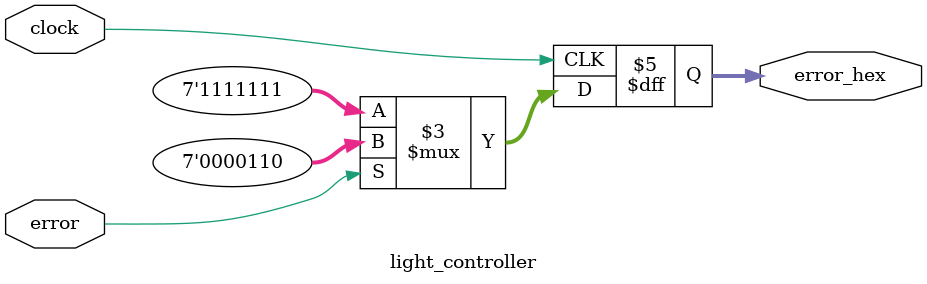
<source format=v>
module light_controller(clock, error, error_hex);

	input clock, error;
	output reg [6:0] error_hex;
	
	always @(posedge clock)
		begin
			if (error) error_hex = 7'b0000110;
			else error_hex = 7'b1111111;
		end

endmodule
</source>
